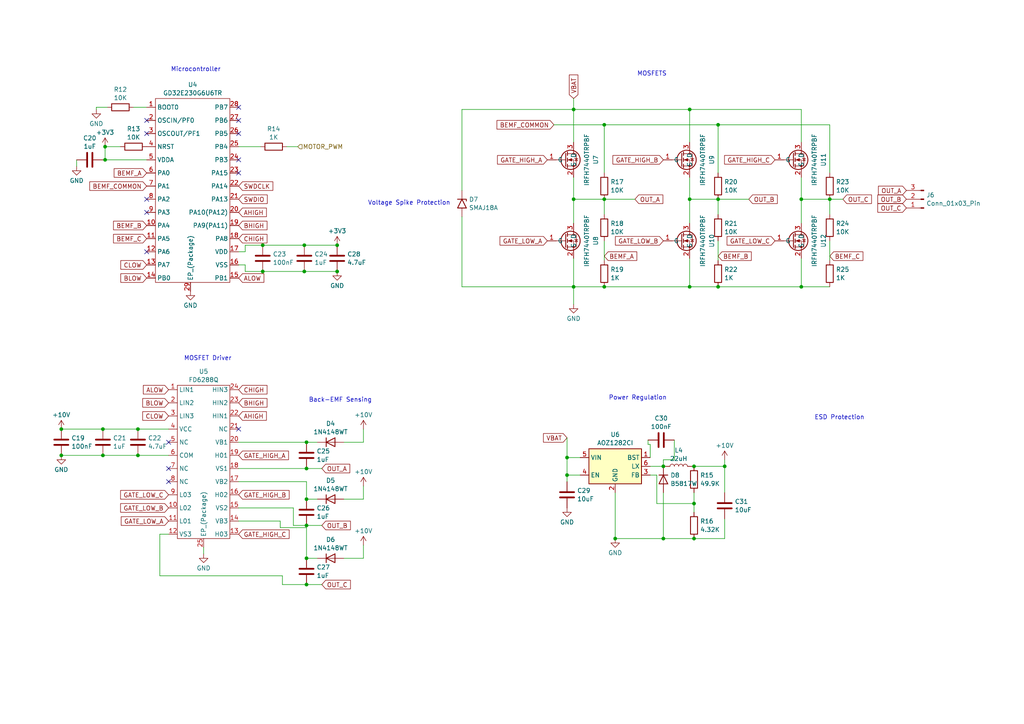
<source format=kicad_sch>
(kicad_sch (version 20230121) (generator eeschema)
  (paper "A4")
  (lib_symbols
    (symbol "Connector:Conn_01x03_Pin" (pin_names (offset 1.016) hide)
      (property "Reference" "J" (at 0 5.08 0))
      (property "Value" "Conn_01x03_Pin" (at 0 -5.08 0))
      (symbol "Conn_01x03_Pin_1_1"
        (polyline (pts (xy 1.27 -2.54) (xy 0.8636 -2.54)) (stroke (width 0.1524)))
        (polyline (pts (xy 1.27 0) (xy 0.8636 0)) (stroke (width 0.1524)))
        (polyline (pts (xy 1.27 2.54) (xy 0.8636 2.54)) (stroke (width 0.1524)))
        (rectangle (start 0.8636 -2.413) (end 0 -2.667) (stroke (width 0.1524)) (fill (type outline)))
        (rectangle (start 0.8636 0.127) (end 0 -0.127) (stroke (width 0.1524)) (fill (type outline)))
        (rectangle (start 0.8636 2.667) (end 0 2.413) (stroke (width 0.1524)) (fill (type outline)))
        (pin passive line (at 5.08 2.54 180) (length 3.81) (name "Pin_1") (number "1"))
        (pin passive line (at 5.08 0 180) (length 3.81) (name "Pin_2") (number "2"))
        (pin passive line (at 5.08 -2.54 180) (length 3.81) (name "Pin_3") (number "3"))
      )
    )
    (symbol "Device:C" (pin_numbers hide) (pin_names (offset 0.254))
      (property "Reference" "C" (at 0.635 2.54 0))
      (property "Value" "C" (at 0.635 -2.54 0))
      (symbol "C_0_1"
        (polyline (pts (xy -2.032 -0.762) (xy 2.032 -0.762)) (stroke (width 0.508)))
        (polyline (pts (xy -2.032 0.762) (xy 2.032 0.762)) (stroke (width 0.508)))
      )
      (symbol "C_1_1"
        (pin passive line (at 0 3.81 270) (length 2.794) (name "~") (number "1"))
        (pin passive line (at 0 -3.81 90) (length 2.794) (name "~") (number "2"))
      )
    )
    (symbol "Device:D" (pin_numbers hide) (pin_names (offset 1.016) hide)
      (property "Reference" "D" (at 0 2.54 0))
      (property "Value" "D" (at 0 -2.54 0))
      (symbol "D_0_1"
        (polyline (pts (xy -1.27 1.27) (xy -1.27 -1.27)) (stroke (width 0.254)))
        (polyline (pts (xy 1.27 0) (xy -1.27 0)))
        (polyline (pts (xy 1.27 1.27) (xy 1.27 -1.27) (xy -1.27 0) (xy 1.27 1.27)) (stroke (width 0.254)))
      )
      (symbol "D_1_1"
        (pin passive line (at -3.81 0 0) (length 2.54) (name "K") (number "1"))
        (pin passive line (at 3.81 0 180) (length 2.54) (name "A") (number "2"))
      )
    )
    (symbol "Device:L" (pin_numbers hide) (pin_names (offset 1.016) hide)
      (property "Reference" "L" (at -1.27 0 90))
      (property "Value" "L" (at 1.905 0 90))
      (symbol "L_0_1"
        (arc (start 0 -2.54) (mid 0.6323 -1.905) (end 0 -1.27))
        (arc (start 0 -1.27) (mid 0.6323 -0.635) (end 0 0))
        (arc (start 0 0) (mid 0.6323 0.635) (end 0 1.27))
        (arc (start 0 1.27) (mid 0.6323 1.905) (end 0 2.54))
      )
      (symbol "L_1_1"
        (pin passive line (at 0 3.81 270) (length 1.27) (name "1") (number "1"))
        (pin passive line (at 0 -3.81 90) (length 1.27) (name "2") (number "2"))
      )
    )
    (symbol "Device:R" (pin_numbers hide) (pin_names (offset 0))
      (property "Reference" "R" (at 2.032 0 90))
      (property "Value" "R" (at 0 0 90))
      (symbol "R_0_1"
        (rectangle (start -1.016 -2.54) (end 1.016 2.54) (stroke (width 0.254)))
      )
      (symbol "R_1_1"
        (pin passive line (at 0 3.81 270) (length 1.27) (name "~") (number "1"))
        (pin passive line (at 0 -3.81 90) (length 1.27) (name "~") (number "2"))
      )
    )
    (symbol "Diode:1N4148WT" (pin_numbers hide) (pin_names hide)
      (property "Reference" "D" (at 0 2.54 0))
      (property "Value" "1N4148WT" (at 0 -2.54 0))
      (symbol "1N4148WT_0_1"
        (polyline (pts (xy -1.27 1.27) (xy -1.27 -1.27)) (stroke (width 0.254)))
        (polyline (pts (xy 1.27 0) (xy -1.27 0)))
        (polyline (pts (xy 1.27 1.27) (xy 1.27 -1.27) (xy -1.27 0) (xy 1.27 1.27)) (stroke (width 0.254)))
      )
      (symbol "1N4148WT_1_1"
        (pin passive line (at -3.81 0 0) (length 2.54) (name "K") (number "1"))
        (pin passive line (at 3.81 0 180) (length 2.54) (name "A") (number "2"))
      )
    )
    (symbol "Diode:SMAJ18A" (pin_numbers hide) (pin_names (offset 1.016) hide)
      (property "Reference" "D" (at 0 2.54 0))
      (property "Value" "SMAJ18A" (at 0 -2.54 0))
      (symbol "SMAJ18A_0_1"
        (polyline (pts (xy -0.762 1.27) (xy -1.27 1.27) (xy -1.27 -1.27)) (stroke (width 0.254)))
        (polyline (pts (xy 1.27 1.27) (xy 1.27 -1.27) (xy -1.27 0) (xy 1.27 1.27)) (stroke (width 0.254)))
      )
      (symbol "SMAJ18A_1_1"
        (pin passive line (at -3.81 0 0) (length 2.54) (name "A1") (number "1"))
        (pin passive line (at 3.81 0 180) (length 2.54) (name "A2") (number "2"))
      )
    )
    (symbol "Regulator_Switching:AOZ1282CI"
      (property "Reference" "U" (at -6.35 -6.35 0))
      (property "Value" "AOZ1282CI" (at -2.54 6.35 0))
      (symbol "AOZ1282CI_0_1"
        (rectangle (start -7.62 5.08) (end 7.62 -5.08) (stroke (width 0.254)) (fill (type background)))
      )
      (symbol "AOZ1282CI_1_1"
        (pin input line (at 10.16 2.54 180) (length 2.54) (name "BST") (number "1"))
        (pin power_in line (at 0 -7.62 90) (length 2.54) (name "GND") (number "2"))
        (pin input line (at 10.16 -2.54 180) (length 2.54) (name "FB") (number "3"))
        (pin input line (at -10.16 -2.54 0) (length 2.54) (name "EN") (number "4"))
        (pin power_in line (at -10.16 2.54 0) (length 2.54) (name "VIN") (number "5"))
        (pin power_out line (at 10.16 0 180) (length 2.54) (name "LX") (number "6"))
      )
    )
    (symbol "Sharkbite:FD6288Q"
      (property "Reference" "U" (at -1.27 21.59 0))
      (property "Value" "FD6288Q" (at -10.16 22.86 0))
      (symbol "FD6288Q_0_1"
        (rectangle (start -7.62 20.32) (end 7.62 -24.13))
      )
      (symbol "FD6288Q_1_1"
        (pin input line (at -10.16 19.05 0) (length 2.54) (name "LIN1") (number "1"))
        (pin input line (at -10.16 -15.24 0) (length 2.54) (name "L02") (number "10"))
        (pin input line (at -10.16 -19.05 0) (length 2.54) (name "L01") (number "11"))
        (pin input line (at -10.16 -22.86 0) (length 2.54) (name "VS3") (number "12"))
        (pin input line (at 10.16 -22.86 180) (length 2.54) (name "H03") (number "13"))
        (pin input line (at 10.16 -19.05 180) (length 2.54) (name "VB3") (number "14"))
        (pin input line (at 10.16 -15.24 180) (length 2.54) (name "VS2") (number "15"))
        (pin input line (at 10.16 -11.43 180) (length 2.54) (name "H02") (number "16"))
        (pin input line (at 10.16 -7.62 180) (length 2.54) (name "VB2") (number "17"))
        (pin input line (at 10.16 -3.81 180) (length 2.54) (name "VS1") (number "18"))
        (pin input line (at 10.16 0 180) (length 2.54) (name "H01") (number "19"))
        (pin input line (at -10.16 15.24 0) (length 2.54) (name "LIN2") (number "2"))
        (pin input line (at 10.16 3.81 180) (length 2.54) (name "VB1") (number "20"))
        (pin input line (at 10.16 7.62 180) (length 2.54) (name "NC") (number "21"))
        (pin input line (at 10.16 11.43 180) (length 2.54) (name "HIN1") (number "22"))
        (pin input line (at 10.16 15.24 180) (length 2.54) (name "HIN2") (number "23"))
        (pin input line (at 10.16 19.05 180) (length 2.54) (name "HIN3") (number "24"))
        (pin input line (at 0 -26.67 90) (length 2.54) (name "EP_(Package)") (number "25"))
        (pin input line (at -10.16 11.43 0) (length 2.54) (name "LIN3") (number "3"))
        (pin input line (at -10.16 7.62 0) (length 2.54) (name "VCC") (number "4"))
        (pin input line (at -10.16 3.81 0) (length 2.54) (name "NC") (number "5"))
        (pin input line (at -10.16 0 0) (length 2.54) (name "COM") (number "6"))
        (pin input line (at -10.16 -3.81 0) (length 2.54) (name "NC") (number "7"))
        (pin input line (at -10.16 -7.62 0) (length 2.54) (name "NC") (number "8"))
        (pin input line (at -10.16 -11.43 0) (length 2.54) (name "L03") (number "9"))
      )
    )
    (symbol "Sharkbite:GD32E230G6U6TR"
      (property "Reference" "U" (at 10.16 0 0))
      (property "Value" "GD32E230G6U6TR" (at 0 0 0))
      (symbol "GD32E230G6U6TR_0_1"
        (rectangle (start 0 -1.27) (end 21.59 -54.61))
      )
      (symbol "GD32E230G6U6TR_1_1"
        (pin input line (at -2.54 -3.81 0) (length 2.54) (name "BOOT0") (number "1"))
        (pin input line (at -2.54 -38.1 0) (length 2.54) (name "PA4") (number "10"))
        (pin input line (at -2.54 -41.91 0) (length 2.54) (name "PA5") (number "11"))
        (pin input line (at -2.54 -45.72 0) (length 2.54) (name "PA6") (number "12"))
        (pin input line (at -2.54 -49.53 0) (length 2.54) (name "PA7") (number "13"))
        (pin input line (at -2.54 -53.34 0) (length 2.54) (name "PB0") (number "14"))
        (pin input line (at 24.13 -53.34 180) (length 2.54) (name "PB1") (number "15"))
        (pin input line (at 24.13 -49.53 180) (length 2.54) (name "VSS") (number "16"))
        (pin input line (at 24.13 -45.72 180) (length 2.54) (name "VDD") (number "17"))
        (pin input line (at 24.13 -41.91 180) (length 2.54) (name "PA8") (number "18"))
        (pin input line (at 24.13 -38.1 180) (length 2.54) (name "PA9(PA11)") (number "19"))
        (pin input line (at -2.54 -7.62 0) (length 2.54) (name "OSCIN/PF0") (number "2"))
        (pin input line (at 24.13 -34.29 180) (length 2.54) (name "PA10(PA12)") (number "20"))
        (pin input line (at 24.13 -30.48 180) (length 2.54) (name "PA13") (number "21"))
        (pin input line (at 24.13 -26.67 180) (length 2.54) (name "PA14") (number "22"))
        (pin input line (at 24.13 -22.86 180) (length 2.54) (name "PA15") (number "23"))
        (pin input line (at 24.13 -19.05 180) (length 2.54) (name "PB3") (number "24"))
        (pin input line (at 24.13 -15.24 180) (length 2.54) (name "PB4") (number "25"))
        (pin input line (at 24.13 -11.43 180) (length 2.54) (name "PB5") (number "26"))
        (pin input line (at 24.13 -7.62 180) (length 2.54) (name "PB6") (number "27"))
        (pin input line (at 24.13 -3.81 180) (length 2.54) (name "PB7") (number "28"))
        (pin input line (at 10.16 -57.15 90) (length 2.54) (name "EP_(Package)") (number "29"))
        (pin input line (at -2.54 -11.43 0) (length 2.54) (name "OSCOUT/PF1") (number "3"))
        (pin input line (at -2.54 -15.24 0) (length 2.54) (name "NRST") (number "4"))
        (pin input line (at -2.54 -19.05 0) (length 2.54) (name "VDDA") (number "5"))
        (pin input line (at -2.54 -22.86 0) (length 2.54) (name "PA0") (number "6"))
        (pin input line (at -2.54 -26.67 0) (length 2.54) (name "PA1") (number "7"))
        (pin input line (at -2.54 -30.48 0) (length 2.54) (name "PA2") (number "8"))
        (pin input line (at -2.54 -34.29 0) (length 2.54) (name "PA3") (number "9"))
      )
    )
    (symbol "Sharkbite:IRFH7440TRPBF_Power_MOSFET"
      (property "Reference" "U" (at 3.81 -3.81 0))
      (property "Value" "IRFH7440TRPBF" (at 3.81 -3.81 90))
      (symbol "IRFH7440TRPBF_Power_MOSFET_0_1"
        (polyline (pts (xy 1.27 -7.62) (xy 2.032 -7.62)))
        (polyline (pts (xy 1.524 -9.398) (xy 2.54 -9.398)) (stroke (width 0.254)))
        (polyline (pts (xy 1.905 -9.906) (xy 5.715 -9.906)) (stroke (width 0.254)))
        (polyline (pts (xy 3.302 -9.398) (xy 4.318 -9.398)) (stroke (width 0.254)))
        (polyline (pts (xy 3.81 -9.906) (xy 3.81 -12.7)))
        (polyline (pts (xy 5.08 -9.398) (xy 6.096 -9.398)) (stroke (width 0.254)))
        (polyline (pts (xy 6.35 -7.62) (xy 3.81 -7.62) (xy 3.81 -9.398)))
        (polyline (pts (xy 3.302 -7.366) (xy 3.429 -7.239) (xy 3.429 -6.477) (xy 3.556 -6.35)))
        (polyline (pts (xy 3.429 -6.858) (xy 4.064 -7.239) (xy 4.064 -6.477) (xy 3.429 -6.858)))
        (polyline (pts (xy 3.81 -9.144) (xy 3.429 -8.128) (xy 4.191 -8.128) (xy 3.81 -9.144)) (fill (type outline)))
        (polyline (pts (xy 5.588 -9.398) (xy 5.588 -6.858) (xy 2.032 -6.858) (xy 2.032 -9.398)))
        (circle (center 2.032 -7.62) (radius 0.254) (fill (type outline)))
        (circle (center 3.81 -8.509) (radius 2.794) (stroke (width 0.254)))
        (circle (center 5.588 -7.62) (radius 0.254) (fill (type outline)))
      )
      (symbol "IRFH7440TRPBF_Power_MOSFET_1_1"
        (pin input line (at 3.81 -15.24 90) (length 2.54) (name "G") (number "1"))
        (pin passive line (at 8.89 -7.62 180) (length 2.54) (name "S") (number "2"))
        (pin passive line (at -1.27 -7.62 0) (length 2.54) (name "D") (number "3"))
      )
    )
    (symbol "power:+10V" (power) (pin_names (offset 0))
      (property "Value" "+10V" (at 0 3.556 0))
      (symbol "+10V_0_1"
        (polyline (pts (xy -0.762 1.27) (xy 0 2.54)))
        (polyline (pts (xy 0 0) (xy 0 2.54)))
        (polyline (pts (xy 0 2.54) (xy 0.762 1.27)))
      )
      (symbol "+10V_1_1"
        (pin power_in line (at 0 0 90) (length 0) hide (name "+10V") (number "1"))
      )
    )
    (symbol "power:+3V3" (power) (pin_names (offset 0))
      (property "Value" "+3V3" (at 0 3.556 0))
      (symbol "+3V3_0_1"
        (polyline (pts (xy -0.762 1.27) (xy 0 2.54)))
        (polyline (pts (xy 0 0) (xy 0 2.54)))
        (polyline (pts (xy 0 2.54) (xy 0.762 1.27)))
      )
      (symbol "+3V3_1_1"
        (pin power_in line (at 0 0 90) (length 0) hide (name "+3V3") (number "1"))
      )
    )
    (symbol "power:GND" (power) (pin_names (offset 0))
      (property "Value" "GND" (at 0 -3.81 0))
      (symbol "GND_0_1"
        (polyline (pts (xy 0 0) (xy 0 -1.27) (xy 1.27 -1.27) (xy 0 -2.54) (xy -1.27 -1.27) (xy 0 -1.27)))
      )
      (symbol "GND_1_1"
        (pin power_in line (at 0 0 270) (length 0) hide (name "GND") (number "1"))
      )
    )
  )
  (junction (at 208.28 83.185))
  (junction (at 88.9 135.89))
  (junction (at 178.435 156.21))
  (junction (at 30.48 42.545))
  (junction (at 175.26 36.195))
  (junction (at 192.405 156.21))
  (junction (at 88.9 169.545))
  (junction (at 240.665 57.785))
  (junction (at 210.185 135.255))
  (junction (at 88.9 152.4))
  (junction (at 97.79 78.74))
  (junction (at 76.2 71.12))
  (junction (at 192.405 135.255))
  (junction (at 88.9 144.78))
  (junction (at 88.9 128.27))
  (junction (at 200.025 57.785))
  (junction (at 17.78 124.46))
  (junction (at 175.26 57.785))
  (junction (at 208.28 36.195))
  (junction (at 17.78 132.08))
  (junction (at 232.41 57.785))
  (junction (at 164.465 137.795))
  (junction (at 201.295 156.21))
  (junction (at 200.025 83.185))
  (junction (at 166.37 31.75))
  (junction (at 201.295 135.255))
  (junction (at 88.265 78.74))
  (junction (at 40.005 124.46))
  (junction (at 208.28 57.785))
  (junction (at 201.295 146.05))
  (junction (at 30.48 46.355))
  (junction (at 164.465 132.715))
  (junction (at 40.005 132.08))
  (junction (at 29.845 124.46))
  (junction (at 175.26 83.185))
  (junction (at 88.9 161.925))
  (junction (at 166.37 83.185))
  (junction (at 76.2 78.74))
  (junction (at 97.79 71.12))
  (junction (at 29.845 132.08))
  (junction (at 166.37 57.785))
  (junction (at 200.025 31.75))
  (junction (at 232.41 83.185))
  (junction (at 88.265 71.12))
  (no_connect (at 69.215 38.735))
  (no_connect (at 69.215 124.46))
  (no_connect (at 42.545 73.025))
  (no_connect (at 48.895 135.89))
  (no_connect (at 69.215 46.355))
  (no_connect (at 42.545 38.735))
  (no_connect (at 42.545 34.925))
  (no_connect (at 42.545 57.785))
  (no_connect (at 48.895 139.7))
  (no_connect (at 69.215 50.165))
  (no_connect (at 48.895 128.27))
  (no_connect (at 69.215 34.925))
  (no_connect (at 42.545 61.595))
  (no_connect (at 69.215 31.115))
  (wire (pts (xy 30.48 42.545) (xy 34.925 42.545)))
  (wire (pts (xy 71.12 73.025) (xy 71.12 71.12)))
  (wire (pts (xy 175.26 57.785) (xy 175.26 62.23)))
  (wire (pts (xy 88.9 139.7) (xy 69.215 139.7)))
  (wire (pts (xy 69.215 73.025) (xy 71.12 73.025)))
  (wire (pts (xy 71.12 71.12) (xy 76.2 71.12)))
  (wire (pts (xy 232.41 57.785) (xy 240.665 57.785)))
  (wire (pts (xy 210.185 156.21) (xy 210.185 150.495)))
  (wire (pts (xy 210.185 135.255) (xy 210.185 142.875)))
  (wire (pts (xy 201.295 135.255) (xy 210.185 135.255)))
  (wire (pts (xy 81.915 169.545) (xy 81.915 167.005)))
  (wire (pts (xy 164.465 132.715) (xy 168.275 132.715)))
  (wire (pts (xy 192.405 135.255) (xy 193.04 135.255)))
  (wire (pts (xy 188.595 135.255) (xy 192.405 135.255)))
  (wire (pts (xy 208.28 57.785) (xy 208.28 62.23)))
  (wire (pts (xy 164.465 132.715) (xy 164.465 137.795)))
  (wire (pts (xy 166.37 31.75) (xy 166.37 41.275)))
  (wire (pts (xy 76.2 78.74) (xy 88.265 78.74)))
  (wire (pts (xy 88.9 152.4) (xy 93.345 152.4)))
  (wire (pts (xy 201.295 146.05) (xy 190.5 146.05)))
  (wire (pts (xy 178.435 142.875) (xy 178.435 156.21)))
  (wire (pts (xy 29.845 124.46) (xy 40.005 124.46)))
  (wire (pts (xy 232.41 83.185) (xy 232.41 74.93)))
  (wire (pts (xy 188.595 128.905) (xy 187.96 128.905)))
  (wire (pts (xy 208.28 83.185) (xy 232.41 83.185)))
  (wire (pts (xy 88.9 144.78) (xy 92.075 144.78)))
  (wire (pts (xy 88.265 71.12) (xy 97.79 71.12)))
  (wire (pts (xy 200.025 31.75) (xy 232.41 31.75)))
  (wire (pts (xy 71.12 76.835) (xy 71.12 78.74)))
  (wire (pts (xy 208.28 36.195) (xy 208.28 50.165)))
  (wire (pts (xy 200.66 135.255) (xy 201.295 135.255)))
  (wire (pts (xy 240.665 36.195) (xy 240.665 50.165)))
  (wire (pts (xy 178.435 156.21) (xy 192.405 156.21)))
  (wire (pts (xy 133.985 62.865) (xy 133.985 83.185)))
  (wire (pts (xy 166.37 74.93) (xy 166.37 83.185)))
  (wire (pts (xy 166.37 51.435) (xy 166.37 57.785)))
  (wire (pts (xy 86.36 42.545) (xy 83.185 42.545)))
  (wire (pts (xy 175.26 36.195) (xy 175.26 50.165)))
  (wire (pts (xy 232.41 51.435) (xy 232.41 57.785)))
  (wire (pts (xy 40.005 124.46) (xy 48.895 124.46)))
  (wire (pts (xy 164.465 137.795) (xy 164.465 139.7)))
  (wire (pts (xy 29.845 132.08) (xy 40.005 132.08)))
  (wire (pts (xy 88.9 161.925) (xy 92.075 161.925)))
  (wire (pts (xy 188.595 132.715) (xy 188.595 128.905)))
  (wire (pts (xy 27.94 31.115) (xy 27.94 31.75)))
  (wire (pts (xy 81.915 167.005) (xy 46.355 167.005)))
  (wire (pts (xy 69.215 128.27) (xy 88.9 128.27)))
  (wire (pts (xy 208.28 69.85) (xy 208.28 75.565)))
  (wire (pts (xy 46.355 154.94) (xy 48.895 154.94)))
  (wire (pts (xy 133.985 83.185) (xy 166.37 83.185)))
  (wire (pts (xy 88.9 152.4) (xy 85.09 152.4)))
  (wire (pts (xy 69.215 76.835) (xy 71.12 76.835)))
  (wire (pts (xy 200.025 57.785) (xy 208.28 57.785)))
  (wire (pts (xy 105.41 158.115) (xy 105.41 161.925)))
  (wire (pts (xy 175.26 57.785) (xy 184.15 57.785)))
  (wire (pts (xy 88.9 153.035) (xy 81.28 153.035)))
  (wire (pts (xy 240.665 57.785) (xy 240.665 62.23)))
  (wire (pts (xy 240.665 69.85) (xy 240.665 75.565)))
  (wire (pts (xy 88.9 169.545) (xy 93.345 169.545)))
  (wire (pts (xy 30.48 46.355) (xy 42.545 46.355)))
  (wire (pts (xy 192.405 142.875) (xy 192.405 156.21)))
  (wire (pts (xy 22.225 46.355) (xy 22.225 48.26)))
  (wire (pts (xy 133.985 31.75) (xy 133.985 55.245)))
  (wire (pts (xy 164.465 127) (xy 164.465 132.715)))
  (wire (pts (xy 105.41 144.78) (xy 99.695 144.78)))
  (wire (pts (xy 81.28 153.035) (xy 81.28 151.13)))
  (wire (pts (xy 88.265 78.74) (xy 97.79 78.74)))
  (wire (pts (xy 210.185 133.35) (xy 210.185 135.255)))
  (wire (pts (xy 105.41 161.925) (xy 99.695 161.925)))
  (wire (pts (xy 88.9 161.925) (xy 88.9 153.035)))
  (wire (pts (xy 192.405 133.35) (xy 192.405 135.255)))
  (wire (pts (xy 166.37 31.75) (xy 200.025 31.75)))
  (wire (pts (xy 85.09 147.32) (xy 69.215 147.32)))
  (wire (pts (xy 200.025 57.785) (xy 200.025 64.77)))
  (wire (pts (xy 59.055 158.75) (xy 59.055 160.655)))
  (wire (pts (xy 105.41 124.46) (xy 105.41 128.27)))
  (wire (pts (xy 232.41 31.75) (xy 232.41 41.275)))
  (wire (pts (xy 38.735 31.115) (xy 42.545 31.115)))
  (wire (pts (xy 190.5 137.795) (xy 188.595 137.795)))
  (wire (pts (xy 166.37 28.575) (xy 166.37 31.75)))
  (wire (pts (xy 88.9 128.27) (xy 92.075 128.27)))
  (wire (pts (xy 31.115 31.115) (xy 27.94 31.115)))
  (wire (pts (xy 195.58 133.35) (xy 192.405 133.35)))
  (wire (pts (xy 175.26 69.85) (xy 175.26 75.565)))
  (wire (pts (xy 85.09 152.4) (xy 85.09 147.32)))
  (wire (pts (xy 40.005 132.08) (xy 48.895 132.08)))
  (wire (pts (xy 190.5 146.05) (xy 190.5 137.795)))
  (wire (pts (xy 232.41 83.185) (xy 240.665 83.185)))
  (wire (pts (xy 166.37 83.185) (xy 166.37 88.265)))
  (wire (pts (xy 29.845 46.355) (xy 30.48 46.355)))
  (wire (pts (xy 105.41 128.27) (xy 99.695 128.27)))
  (wire (pts (xy 232.41 57.785) (xy 232.41 64.77)))
  (wire (pts (xy 69.215 135.89) (xy 88.9 135.89)))
  (wire (pts (xy 166.37 83.185) (xy 175.26 83.185)))
  (wire (pts (xy 200.025 31.75) (xy 200.025 41.275)))
  (wire (pts (xy 17.78 132.08) (xy 29.845 132.08)))
  (wire (pts (xy 17.78 124.46) (xy 29.845 124.46)))
  (wire (pts (xy 164.465 137.795) (xy 168.275 137.795)))
  (wire (pts (xy 175.26 83.185) (xy 200.025 83.185)))
  (wire (pts (xy 46.355 167.005) (xy 46.355 154.94)))
  (wire (pts (xy 30.48 42.545) (xy 30.48 46.355)))
  (wire (pts (xy 200.025 83.185) (xy 208.28 83.185)))
  (wire (pts (xy 69.215 42.545) (xy 75.565 42.545)))
  (wire (pts (xy 166.37 57.785) (xy 166.37 64.77)))
  (wire (pts (xy 105.41 140.97) (xy 105.41 144.78)))
  (wire (pts (xy 88.9 144.78) (xy 88.9 139.7)))
  (wire (pts (xy 200.025 51.435) (xy 200.025 57.785)))
  (wire (pts (xy 166.37 57.785) (xy 175.26 57.785)))
  (wire (pts (xy 160.655 36.195) (xy 175.26 36.195)))
  (wire (pts (xy 201.295 156.21) (xy 210.185 156.21)))
  (wire (pts (xy 76.2 71.12) (xy 88.265 71.12)))
  (wire (pts (xy 200.025 83.185) (xy 200.025 74.93)))
  (wire (pts (xy 208.28 36.195) (xy 240.665 36.195)))
  (wire (pts (xy 88.9 135.89) (xy 93.345 135.89)))
  (wire (pts (xy 71.12 78.74) (xy 76.2 78.74)))
  (wire (pts (xy 81.28 151.13) (xy 69.215 151.13)))
  (wire (pts (xy 166.37 31.75) (xy 133.985 31.75)))
  (wire (pts (xy 208.28 57.785) (xy 217.17 57.785)))
  (wire (pts (xy 192.405 156.21) (xy 201.295 156.21)))
  (wire (pts (xy 195.58 127.635) (xy 195.58 133.35)))
  (wire (pts (xy 240.665 57.785) (xy 244.475 57.785)))
  (wire (pts (xy 88.9 169.545) (xy 81.915 169.545)))
  (wire (pts (xy 201.295 142.875) (xy 201.295 146.05)))
  (wire (pts (xy 175.26 36.195) (xy 208.28 36.195)))
  (wire (pts (xy 187.96 127.635) (xy 187.96 128.905)))
  (wire (pts (xy 201.295 146.05) (xy 201.295 148.59)))
  (text "Back-EMF Sensing\n" (at 89.535 116.84 0) (effects (font (size 1.27 1.27)) (justify left bottom)))
  (text "Power Regulation\n" (at 176.53 116.205 0) (effects (font (size 1.27 1.27)) (justify left bottom)))
  (text "MOSFET Driver" (at 53.34 104.775 0) (effects (font (size 1.27 1.27)) (justify left bottom)))
  (text "Voltage Spike Protection\n" (at 106.68 59.69 0) (effects (font (size 1.27 1.27)) (justify left bottom)))
  (text "MOSFETS" (at 184.785 22.225 0) (effects (font (size 1.27 1.27)) (justify left bottom)))
  (text "Microcontroller\n" (at 49.53 20.955 0) (effects (font (size 1.27 1.27)) (justify left bottom)))
  (text "ESD Protection\n" (at 236.22 121.92 0) (effects (font (size 1.27 1.27)) (justify left bottom)))
  (global_label "CHIGH" (shape input) (at 69.215 69.215 0) (property "Intersheetrefs" "${INTERSHEET_REFS}" (effects hide)))
  (global_label "OUT_C" (shape input) (at 262.89 60.325 180) (property "Intersheetrefs" "${INTERSHEET_REFS}" (effects hide)))
  (global_label "GATE_HIGH_C" (shape input) (at 69.215 154.94 0) (property "Intersheetrefs" "${INTERSHEET_REFS}" (effects hide)))
  (global_label "GATE_HIGH_B" (shape input) (at 192.405 46.355 180) (property "Intersheetrefs" "${INTERSHEET_REFS}" (effects hide)))
  (global_label "GATE_LOW_B" (shape input) (at 48.895 147.32 180) (property "Intersheetrefs" "${INTERSHEET_REFS}" (effects hide)))
  (global_label "OUT_C" (shape input) (at 244.475 57.785 0) (property "Intersheetrefs" "${INTERSHEET_REFS}" (effects hide)))
  (global_label "AHIGH" (shape input) (at 69.215 61.595 0) (property "Intersheetrefs" "${INTERSHEET_REFS}" (effects hide)))
  (global_label "BEMF_COMMON" (shape input) (at 160.655 36.195 180) (property "Intersheetrefs" "${INTERSHEET_REFS}" (effects hide)))
  (global_label "ALOW" (shape input) (at 69.215 80.645 0) (property "Intersheetrefs" "${INTERSHEET_REFS}" (effects hide)))
  (global_label "OUT_C" (shape input) (at 93.345 169.545 0) (property "Intersheetrefs" "${INTERSHEET_REFS}" (effects hide)))
  (global_label "GATE_HIGH_A" (shape input) (at 69.215 132.08 0) (property "Intersheetrefs" "${INTERSHEET_REFS}" (effects hide)))
  (global_label "OUT_B" (shape input) (at 217.17 57.785 0) (property "Intersheetrefs" "${INTERSHEET_REFS}" (effects hide)))
  (global_label "BHIGH" (shape input) (at 69.215 116.84 0) (property "Intersheetrefs" "${INTERSHEET_REFS}" (effects hide)))
  (global_label "BEMF_A" (shape input) (at 42.545 50.165 180) (property "Intersheetrefs" "${INTERSHEET_REFS}" (effects hide)))
  (global_label "GATE_LOW_A" (shape input) (at 158.75 69.85 180) (property "Intersheetrefs" "${INTERSHEET_REFS}" (effects hide)))
  (global_label "BEMF_A" (shape input) (at 175.26 74.295 0) (property "Intersheetrefs" "${INTERSHEET_REFS}" (effects hide)))
  (global_label "GATE_HIGH_A" (shape input) (at 158.75 46.355 180) (property "Intersheetrefs" "${INTERSHEET_REFS}" (effects hide)))
  (global_label "AHIGH" (shape input) (at 69.215 120.65 0) (property "Intersheetrefs" "${INTERSHEET_REFS}" (effects hide)))
  (global_label "BEMF_C" (shape input) (at 42.545 69.215 180) (property "Intersheetrefs" "${INTERSHEET_REFS}" (effects hide)))
  (global_label "VBAT" (shape input) (at 166.37 28.575 90) (property "Intersheetrefs" "${INTERSHEET_REFS}" (effects hide)))
  (global_label "ALOW" (shape input) (at 48.895 113.03 180) (property "Intersheetrefs" "${INTERSHEET_REFS}" (effects hide)))
  (global_label "BEMF_C" (shape input) (at 240.665 74.295 0) (property "Intersheetrefs" "${INTERSHEET_REFS}" (effects hide)))
  (global_label "BEMF_B" (shape input) (at 42.545 65.405 180) (property "Intersheetrefs" "${INTERSHEET_REFS}" (effects hide)))
  (global_label "SWDCLK" (shape input) (at 69.215 53.975 0) (property "Intersheetrefs" "${INTERSHEET_REFS}" (effects hide)))
  (global_label "GATE_LOW_B" (shape input) (at 192.405 69.85 180) (property "Intersheetrefs" "${INTERSHEET_REFS}" (effects hide)))
  (global_label "GATE_HIGH_B" (shape input) (at 69.215 143.51 0) (property "Intersheetrefs" "${INTERSHEET_REFS}" (effects hide)))
  (global_label "OUT_B" (shape input) (at 93.345 152.4 0) (property "Intersheetrefs" "${INTERSHEET_REFS}" (effects hide)))
  (global_label "GATE_LOW_A" (shape input) (at 48.895 151.13 180) (property "Intersheetrefs" "${INTERSHEET_REFS}" (effects hide)))
  (global_label "CLOW" (shape input) (at 48.895 120.65 180) (property "Intersheetrefs" "${INTERSHEET_REFS}" (effects hide)))
  (global_label "BHIGH" (shape input) (at 69.215 65.405 0) (property "Intersheetrefs" "${INTERSHEET_REFS}" (effects hide)))
  (global_label "BLOW" (shape input) (at 42.545 80.645 180) (property "Intersheetrefs" "${INTERSHEET_REFS}" (effects hide)))
  (global_label "CHIGH" (shape input) (at 69.215 113.03 0) (property "Intersheetrefs" "${INTERSHEET_REFS}" (effects hide)))
  (global_label "SWDIO" (shape input) (at 69.215 57.785 0) (property "Intersheetrefs" "${INTERSHEET_REFS}" (effects hide)))
  (global_label "CLOW" (shape input) (at 42.545 76.835 180) (property "Intersheetrefs" "${INTERSHEET_REFS}" (effects hide)))
  (global_label "BLOW" (shape input) (at 48.895 116.84 180) (property "Intersheetrefs" "${INTERSHEET_REFS}" (effects hide)))
  (global_label "VBAT" (shape input) (at 164.465 127 180) (property "Intersheetrefs" "${INTERSHEET_REFS}" (effects hide)))
  (global_label "OUT_A" (shape input) (at 262.89 55.245 180) (property "Intersheetrefs" "${INTERSHEET_REFS}" (effects hide)))
  (global_label "GATE_LOW_C" (shape input) (at 48.895 143.51 180) (property "Intersheetrefs" "${INTERSHEET_REFS}" (effects hide)))
  (global_label "BEMF_B" (shape input) (at 208.28 74.295 0) (property "Intersheetrefs" "${INTERSHEET_REFS}" (effects hide)))
  (global_label "OUT_A" (shape input) (at 184.15 57.785 0) (property "Intersheetrefs" "${INTERSHEET_REFS}" (effects hide)))
  (global_label "OUT_B" (shape input) (at 262.89 57.785 180) (property "Intersheetrefs" "${INTERSHEET_REFS}" (effects hide)))
  (global_label "BEMF_COMMON" (shape input) (at 42.545 53.975 180) (property "Intersheetrefs" "${INTERSHEET_REFS}" (effects hide)))
  (global_label "GATE_HIGH_C" (shape input) (at 224.79 46.355 180) (property "Intersheetrefs" "${INTERSHEET_REFS}" (effects hide)))
  (global_label "GATE_LOW_C" (shape input) (at 224.79 69.85 180) (property "Intersheetrefs" "${INTERSHEET_REFS}" (effects hide)))
  (global_label "OUT_A" (shape input) (at 93.345 135.89 0) (property "Intersheetrefs" "${INTERSHEET_REFS}" (effects hide)))
  (hierarchical_label "MOTOR_PWM" (shape input) (at 86.36 42.545 0))
  (symbol (lib_id "power:+10V") (at 105.41 124.46 0) (unit 1)
    (property "Reference" "#PWR034" (effects hide))
    (property "Value" "+10V" (at 105.41 120.3269 0))
  )
  (symbol (lib_id "Device:C") (at 88.9 132.08 0) (unit 1)
    (property "Reference" "C25" (at 91.821 130.8679 0) (effects (justify left)))
    (property "Value" "1uF" (at 91.821 133.2921 0) (effects (justify left)))
    (property "Footprint" "Capacitor_SMD:C_0402_1005Metric_Pad0.74x0.62mm_HandSolder" (effects hide))
    (property "LCSC" "C7472948" (effects hide))
  )
  (symbol (lib_id "Device:R") (at 175.26 66.04 0) (unit 1)
    (property "Reference" "R18" (at 177.038 64.8279 0) (effects (justify left)))
    (property "Value" "10K" (at 177.038 67.2521 0) (effects (justify left)))
    (property "Footprint" "Resistor_SMD:R_0402_1005Metric" (effects hide))
    (property "LCSC" "C25744" (effects hide))
  )
  (symbol (lib_id "Sharkbite:IRFH7440TRPBF_Power_MOSFET") (at 173.99 66.04 270) (unit 1)
    (property "Reference" "U8" (at 172.7947 69.85 0))
    (property "Value" "IRFH7440TRPBF" (at 170.18 69.85 0))
    (property "Footprint" "Sharkbite:PQFN FET" (effects hide))
    (property "Datasheet" "https://www.lcsc.com/datasheet/lcsc_datasheet_2304140030_Infineon-Technologies-IRFH7440TRPBF_C67862.pdf" (effects hide))
    (property "LCSC" "C67862" (effects hide))
  )
  (symbol (lib_id "Device:R") (at 201.295 152.4 0) (unit 1)
    (property "Reference" "R16" (at 203.073 151.1879 0) (effects (justify left)))
    (property "Value" "4.32K" (at 203.073 153.6121 0) (effects (justify left)))
    (property "Footprint" "Resistor_SMD:R_0402_1005Metric" (effects hide))
    (property "LCSC" "C166451" (effects hide))
  )
  (symbol (lib_id "Sharkbite:IRFH7440TRPBF_Power_MOSFET") (at 240.03 66.04 270) (unit 1)
    (property "Reference" "U12" (at 238.8347 69.85 0))
    (property "Value" "IRFH7440TRPBF" (at 236.22 69.85 0))
    (property "Footprint" "Sharkbite:PQFN FET" (effects hide))
    (property "Datasheet" "https://www.lcsc.com/datasheet/lcsc_datasheet_2304140030_Infineon-Technologies-IRFH7440TRPBF_C67862.pdf" (effects hide))
    (property "LCSC" "C67862" (effects hide))
  )
  (symbol (lib_id "Device:R") (at 175.26 79.375 0) (unit 1)
    (property "Reference" "R19" (at 177.038 78.1629 0) (effects (justify left)))
    (property "Value" "1K" (at 177.038 80.5871 0) (effects (justify left)))
    (property "Footprint" "Resistor_SMD:R_0402_1005Metric" (effects hide))
    (property "LCSC" "C11702" (effects hide))
  )
  (symbol (lib_id "Device:C") (at 164.465 143.51 0) (unit 1)
    (property "Reference" "C29" (at 167.386 142.2979 0) (effects (justify left)))
    (property "Value" "10uF" (at 167.386 144.7221 0) (effects (justify left)))
    (property "Footprint" "Capacitor_SMD:C_0402_1005Metric_Pad0.74x0.62mm_HandSolder" (effects hide))
    (property "LCSC" "C96446" (effects hide))
    (property "Manufacturer" "Samsung" (effects hide))
  )
  (symbol (lib_id "power:+10V") (at 105.41 140.97 0) (unit 1)
    (property "Reference" "#PWR035" (effects hide))
    (property "Value" "+10V" (at 105.41 136.8369 0))
  )
  (symbol (lib_id "power:+10V") (at 210.185 133.35 0) (unit 1)
    (property "Reference" "#PWR040" (effects hide))
    (property "Value" "+10V" (at 210.185 129.2169 0))
  )
  (symbol (lib_id "Sharkbite:IRFH7440TRPBF_Power_MOSFET") (at 207.645 42.545 270) (unit 1)
    (property "Reference" "U9" (at 206.4497 46.355 0))
    (property "Value" "IRFH7440TRPBF" (at 203.835 46.355 0))
    (property "Footprint" "Sharkbite:PQFN FET" (effects hide))
    (property "Datasheet" "https://www.lcsc.com/datasheet/lcsc_datasheet_2304140030_Infineon-Technologies-IRFH7440TRPBF_C67862.pdf" (effects hide))
    (property "LCSC" "C67862" (effects hide))
  )
  (symbol (lib_id "Sharkbite:IRFH7440TRPBF_Power_MOSFET") (at 173.99 42.545 270) (unit 1)
    (property "Reference" "U7" (at 172.7947 46.355 0))
    (property "Value" "IRFH7440TRPBF" (at 170.18 46.355 0))
    (property "Footprint" "Sharkbite:PQFN FET" (effects hide))
    (property "Datasheet" "https://www.lcsc.com/datasheet/lcsc_datasheet_2304140030_Infineon-Technologies-IRFH7440TRPBF_C67862.pdf" (effects hide))
    (property "LCSC" "C67862" (effects hide))
  )
  (symbol (lib_id "Device:C") (at 29.845 128.27 180) (unit 1)
    (property "Reference" "C21" (at 32.766 127.0579 0) (effects (justify right)))
    (property "Value" "1uF" (at 32.766 129.4821 0) (effects (justify right)))
    (property "Footprint" "Capacitor_SMD:C_0402_1005Metric_Pad0.74x0.62mm_HandSolder" (effects hide))
    (property "LCSC" "C7472948" (effects hide))
  )
  (symbol (lib_id "Device:R") (at 240.665 53.975 0) (unit 1)
    (property "Reference" "R23" (at 242.443 52.7629 0) (effects (justify left)))
    (property "Value" "10K" (at 242.443 55.1871 0) (effects (justify left)))
    (property "Footprint" "Resistor_SMD:R_0402_1005Metric" (effects hide))
    (property "LCSC" "C25744" (effects hide))
  )
  (symbol (lib_id "power:GND") (at 97.79 78.74 0) (unit 1)
    (property "Reference" "#PWR033" (effects hide))
    (property "Value" "GND" (at 97.79 82.8731 0))
  )
  (symbol (lib_id "Diode:1N4148WT") (at 95.885 161.925 0) (unit 1)
    (property "Reference" "D6" (at 95.885 156.5107 0))
    (property "Value" "1N4148WT" (at 95.885 158.9349 0))
    (property "Footprint" "Diode_SMD:D_SOD-523" (effects hide))
    (property "Datasheet" "https://www.diodes.com/assets/Datasheets/ds30396.pdf" (effects hide))
    (property "Sim.Device" "D" (effects hide))
    (property "Sim.Pins" "1=K 2=A" (effects hide))
    (property "LCSC" "C5345964" (effects hide))
  )
  (symbol (lib_id "Device:C") (at 17.78 128.27 180) (unit 1)
    (property "Reference" "C19" (at 20.701 127.0579 0) (effects (justify right)))
    (property "Value" "100nF" (at 20.701 129.4821 0) (effects (justify right)))
    (property "Footprint" "Capacitor_SMD:C_0402_1005Metric_Pad0.74x0.62mm_HandSolder" (effects hide))
    (property "LCSC" "C307331" (effects hide))
    (property "Manufacturer" "Samsung" (effects hide))
  )
  (symbol (lib_id "Device:R") (at 208.28 66.04 0) (unit 1)
    (property "Reference" "R21" (at 210.058 64.8279 0) (effects (justify left)))
    (property "Value" "10K" (at 210.058 67.2521 0) (effects (justify left)))
    (property "Footprint" "Resistor_SMD:R_0402_1005Metric" (effects hide))
    (property "LCSC" "C25744" (effects hide))
  )
  (symbol (lib_id "Device:C") (at 26.035 46.355 270) (unit 1)
    (property "Reference" "C20" (at 26.035 40.0517 90))
    (property "Value" "1uF" (at 26.035 42.4759 90))
    (property "Footprint" "Capacitor_SMD:C_0402_1005Metric_Pad0.74x0.62mm_HandSolder" (effects hide))
    (property "LCSC" "C7472948" (effects hide))
  )
  (symbol (lib_id "power:GND") (at 22.225 48.26 0) (unit 1)
    (property "Reference" "#PWR027" (effects hide))
    (property "Value" "GND" (at 22.225 52.3931 0))
  )
  (symbol (lib_id "power:+3V3") (at 30.48 42.545 0) (unit 1)
    (property "Reference" "#PWR029" (effects hide))
    (property "Value" "+3V3" (at 30.48 38.4119 0))
  )
  (symbol (lib_id "Device:R") (at 79.375 42.545 90) (unit 1)
    (property "Reference" "R14" (at 79.375 37.3847 90))
    (property "Value" "1K" (at 79.375 39.8089 90))
    (property "Footprint" "Resistor_SMD:R_0402_1005Metric" (effects hide))
    (property "LCSC" "C11702" (effects hide))
  )
  (symbol (lib_id "Device:C") (at 88.9 165.735 0) (unit 1)
    (property "Reference" "C27" (at 91.821 164.5229 0) (effects (justify left)))
    (property "Value" "1uF" (at 91.821 166.9471 0) (effects (justify left)))
    (property "Footprint" "Capacitor_SMD:C_0402_1005Metric_Pad0.74x0.62mm_HandSolder" (effects hide))
    (property "LCSC" "C7472948" (effects hide))
  )
  (symbol (lib_id "Device:C") (at 88.265 74.93 180) (unit 1)
    (property "Reference" "C24" (at 91.186 73.7179 0) (effects (justify right)))
    (property "Value" "1uF" (at 91.186 76.1421 0) (effects (justify right)))
    (property "Footprint" "Capacitor_SMD:C_0402_1005Metric_Pad0.74x0.62mm_HandSolder" (effects hide))
    (property "LCSC" "C7472948" (effects hide))
  )
  (symbol (lib_id "power:GND") (at 178.435 156.21 0) (unit 1)
    (property "Reference" "#PWR038" (effects hide))
    (property "Value" "GND" (at 178.435 160.3431 0))
  )
  (symbol (lib_id "power:+10V") (at 105.41 158.115 0) (unit 1)
    (property "Reference" "#PWR036" (effects hide))
    (property "Value" "+10V" (at 105.41 153.9819 0))
  )
  (symbol (lib_id "Device:R") (at 240.665 79.375 0) (unit 1)
    (property "Reference" "R25" (at 242.443 78.1629 0) (effects (justify left)))
    (property "Value" "1K" (at 242.443 80.5871 0) (effects (justify left)))
    (property "Footprint" "Resistor_SMD:R_0402_1005Metric" (effects hide))
    (property "LCSC" "C11702" (effects hide))
  )
  (symbol (lib_id "power:GND") (at 166.37 88.265 0) (unit 1)
    (property "Reference" "#PWR039" (effects hide))
    (property "Value" "GND" (at 166.37 92.3981 0))
  )
  (symbol (lib_id "Diode:SMAJ18A") (at 133.985 59.055 270) (unit 1)
    (property "Reference" "D7" (at 136.017 57.8429 90) (effects (justify left)))
    (property "Value" "SMAJ18A" (at 136.017 60.2671 90) (effects (justify left)))
    (property "Footprint" "Diode_SMD:D_SMA" (effects hide))
    (property "Datasheet" "https://www.littelfuse.com/media?resourcetype=datasheets&itemid=75e32973-b177-4ee3-a0ff-cedaf1abdb93&filename=smaj-datasheet" (effects hide))
    (property "LCSC" "C20883287" (effects hide))
  )
  (symbol (lib_id "Device:R") (at 175.26 53.975 0) (unit 1)
    (property "Reference" "R17" (at 177.038 52.7629 0) (effects (justify left)))
    (property "Value" "10K" (at 177.038 55.1871 0) (effects (justify left)))
    (property "Footprint" "Resistor_SMD:R_0402_1005Metric" (effects hide))
    (property "LCSC" "C25744" (effects hide))
  )
  (symbol (lib_id "power:+10V") (at 17.78 124.46 0) (unit 1)
    (property "Reference" "#PWR025" (effects hide))
    (property "Value" "+10V" (at 17.78 120.3269 0))
  )
  (symbol (lib_id "Device:R") (at 34.925 31.115 90) (unit 1)
    (property "Reference" "R12" (at 34.925 25.9547 90))
    (property "Value" "10K" (at 34.925 28.3789 90))
    (property "Footprint" "Resistor_SMD:R_0402_1005Metric" (effects hide))
    (property "LCSC" "C25744" (effects hide))
  )
  (symbol (lib_id "Diode:1N4148WT") (at 95.885 144.78 0) (unit 1)
    (property "Reference" "D5" (at 95.885 139.3657 0))
    (property "Value" "1N4148WT" (at 95.885 141.7899 0))
    (property "Footprint" "Diode_SMD:D_SOD-523" (effects hide))
    (property "Datasheet" "https://www.diodes.com/assets/Datasheets/ds30396.pdf" (effects hide))
    (property "Sim.Device" "D" (effects hide))
    (property "Sim.Pins" "1=K 2=A" (effects hide))
    (property "LCSC" "C5345964" (effects hide))
  )
  (symbol (lib_id "Sharkbite:IRFH7440TRPBF_Power_MOSFET") (at 207.645 66.04 270) (unit 1)
    (property "Reference" "U10" (at 206.4497 69.85 0))
    (property "Value" "IRFH7440TRPBF" (at 203.835 69.85 0))
    (property "Footprint" "Sharkbite:PQFN FET" (effects hide))
    (property "Datasheet" "https://www.lcsc.com/datasheet/lcsc_datasheet_2304140030_Infineon-Technologies-IRFH7440TRPBF_C67862.pdf" (effects hide))
    (property "LCSC" "C67862" (effects hide))
  )
  (symbol (lib_id "Connector:Conn_01x03_Pin") (at 267.97 57.785 180) (unit 1)
    (property "Reference" "J6" (at 268.6812 56.5729 0) (effects (justify right)))
    (property "Value" "Conn_01x03_Pin" (at 268.6812 58.9971 0) (effects (justify right)))
    (property "Footprint" "Sharkbite:ESC Pads" (effects hide))
  )
  (symbol (lib_id "Device:C") (at 210.185 146.685 0) (unit 1)
    (property "Reference" "C31" (at 213.106 145.4729 0) (effects (justify left)))
    (property "Value" "10uF" (at 213.106 147.8971 0) (effects (justify left)))
    (property "Footprint" "Capacitor_SMD:C_0402_1005Metric_Pad0.74x0.62mm_HandSolder" (effects hide))
    (property "LCSC" "C96446" (effects hide))
    (property "Manufacturer" "Samsung" (effects hide))
  )
  (symbol (lib_id "power:GND") (at 27.94 31.75 0) (unit 1)
    (property "Reference" "#PWR028" (effects hide))
    (property "Value" "GND" (at 27.94 35.8831 0))
  )
  (symbol (lib_id "Device:R") (at 38.735 42.545 90) (unit 1)
    (property "Reference" "R13" (at 38.735 37.3847 90))
    (property "Value" "10K" (at 38.735 39.8089 90))
    (property "Footprint" "Resistor_SMD:R_0402_1005Metric" (effects hide))
    (property "LCSC" "C25744" (effects hide))
  )
  (symbol (lib_id "Device:C") (at 76.2 74.93 180) (unit 1)
    (property "Reference" "C23" (at 79.121 73.7179 0) (effects (justify right)))
    (property "Value" "100nF" (at 79.121 76.1421 0) (effects (justify right)))
    (property "Footprint" "Capacitor_SMD:C_0402_1005Metric_Pad0.74x0.62mm_HandSolder" (effects hide))
    (property "LCSC" "C307331" (effects hide))
    (property "Manufacturer" "Samsung" (effects hide))
  )
  (symbol (lib_id "power:GND") (at 59.055 160.655 0) (unit 1)
    (property "Reference" "#PWR031" (effects hide))
    (property "Value" "GND" (at 59.055 164.7881 0))
  )
  (symbol (lib_id "power:GND") (at 17.78 132.08 0) (unit 1)
    (property "Reference" "#PWR026" (effects hide))
    (property "Value" "GND" (at 17.78 136.2131 0))
  )
  (symbol (lib_id "Device:C") (at 40.005 128.27 180) (unit 1)
    (property "Reference" "C22" (at 42.926 127.0579 0) (effects (justify right)))
    (property "Value" "4.7uF" (at 42.926 129.4821 0) (effects (justify right)))
    (property "Footprint" "Capacitor_SMD:C_0402_1005Metric_Pad0.74x0.62mm_HandSolder" (effects hide))
    (property "LCSC" "C2858031" (effects hide))
  )
  (symbol (lib_id "Device:C") (at 191.77 127.635 90) (unit 1)
    (property "Reference" "C30" (at 191.77 121.3317 90))
    (property "Value" "100nF" (at 191.77 123.7559 90))
    (property "Footprint" "Capacitor_SMD:C_0402_1005Metric_Pad0.74x0.62mm_HandSolder" (effects hide))
    (property "LCSC" "C307331" (effects hide))
    (property "Manufacturer" "Samsung" (effects hide))
  )
  (symbol (lib_id "Device:L") (at 196.85 135.255 90) (unit 1)
    (property "Reference" "L4" (at 196.85 130.6054 90))
    (property "Value" "22uH" (at 196.85 133.0296 90))
    (property "Footprint" "Inductor_SMD:L_Bourns_SRP7028A_7.3x6.6mm" (effects hide))
    (property "LCSC" "C5189960" (effects hide))
  )
  (symbol (lib_id "power:GND") (at 55.245 84.455 0) (unit 1)
    (property "Reference" "#PWR030" (effects hide))
    (property "Value" "GND" (at 55.245 88.5881 0))
  )
  (symbol (lib_id "Device:R") (at 240.665 66.04 0) (unit 1)
    (property "Reference" "R24" (at 242.443 64.8279 0) (effects (justify left)))
    (property "Value" "10K" (at 242.443 67.2521 0) (effects (justify left)))
    (property "Footprint" "Resistor_SMD:R_0402_1005Metric" (effects hide))
    (property "LCSC" "C25744" (effects hide))
  )
  (symbol (lib_id "power:+3V3") (at 97.79 71.12 0) (unit 1)
    (property "Reference" "#PWR032" (effects hide))
    (property "Value" "+3V3" (at 97.79 66.9869 0))
  )
  (symbol (lib_id "Diode:1N4148WT") (at 95.885 128.27 0) (unit 1)
    (property "Reference" "D4" (at 95.885 122.8557 0))
    (property "Value" "1N4148WT" (at 95.885 125.2799 0))
    (property "Footprint" "Diode_SMD:D_SOD-523" (effects hide))
    (property "Datasheet" "https://www.diodes.com/assets/Datasheets/ds30396.pdf" (effects hide))
    (property "Sim.Device" "D" (effects hide))
    (property "Sim.Pins" "1=K 2=A" (effects hide))
    (property "LCSC" "C5345964" (effects hide))
  )
  (symbol (lib_id "Regulator_Switching:AOZ1282CI") (at 178.435 135.255 0) (unit 1)
    (property "Reference" "U6" (at 178.435 126.0307 0))
    (property "Value" "AOZ1282CI" (at 178.435 128.4549 0))
    (property "Footprint" "Package_TO_SOT_SMD:SOT-23-6" (effects hide))
    (property "Datasheet" "http://aosmd.com/res/data_sheets/AOZ1282CI.pdf" (effects hide))
    (property "LCSC" "C111916" (effects hide))
  )
  (symbol (lib_id "Sharkbite:GD32E230G6U6TR") (at 45.085 27.305 0) (unit 1)
    (property "Reference" "U4" (at 55.88 24.5577 0))
    (property "Value" "GD32E230G6U6TR" (at 55.88 26.9819 0))
    (property "Footprint" "Package_DFN_QFN:QFN-28-1EP_4x4mm_P0.4mm_EP2.6x2.6mm" (effects hide))
    (property "Datasheet" "https://www.lcsc.com/datasheet/lcsc_datasheet_2106081403_GigaDevice-Semicon-Beijing-GD32E230G6U6TR_C2835081.pdf" (effects hide))
    (property "LCSC" "C2835081" (effects hide))
  )
  (symbol (lib_id "power:GND") (at 164.465 147.32 0) (unit 1)
    (property "Reference" "#PWR037" (effects hide))
    (property "Value" "GND" (at 164.465 151.4531 0))
  )
  (symbol (lib_id "Device:D") (at 192.405 139.065 270) (unit 1)
    (property "Reference" "D8" (at 194.437 137.8529 90) (effects (justify left)))
    (property "Value" "B5817W" (at 194.437 140.2771 90) (effects (justify left)))
    (property "Footprint" "Diode_SMD:D_SOD-123" (effects hide))
    (property "Datasheet" "https://www.lcsc.com/datasheet/lcsc_datasheet_2006031538_High-Diode-B5817W_C571353.pdf" (effects hide))
    (property "Sim.Device" "D" (effects hide))
    (property "Sim.Pins" "1=K 2=A" (effects hide))
    (property "LCSC" "C571353" (effects hide))
  )
  (symbol (lib_id "Device:R") (at 208.28 53.975 0) (unit 1)
    (property "Reference" "R20" (at 210.058 52.7629 0) (effects (justify left)))
    (property "Value" "10K" (at 210.058 55.1871 0) (effects (justify left)))
    (property "Footprint" "Resistor_SMD:R_0402_1005Metric" (effects hide))
    (property "LCSC" "C25744" (effects hide))
  )
  (symbol (lib_id "Sharkbite:FD6288Q") (at 59.055 132.08 0) (unit 1)
    (property "Reference" "U5" (at 59.055 107.7427 0))
    (property "Value" "FD6288Q" (at 59.055 110.1669 0))
    (property "Footprint" "Package_DFN_QFN:QFN-24-1EP_4x4mm_P0.5mm_EP2.65x2.65mm" (effects hide))
    (property "Datasheet" "https://www.lcsc.com/datasheet/lcsc_datasheet_2307211533_JSMSEMI-FD6288Q_C7466367.pdf" (effects hide))
    (property "LCSC" "C7466367" (effects hide))
  )
  (symbol (lib_id "Sharkbite:IRFH7440TRPBF_Power_MOSFET") (at 240.03 42.545 270) (unit 1)
    (property "Reference" "U11" (at 238.8347 46.355 0))
    (property "Value" "IRFH7440TRPBF" (at 236.22 46.355 0))
    (property "Footprint" "Sharkbite:PQFN FET" (effects hide))
    (property "Datasheet" "https://www.lcsc.com/datasheet/lcsc_datasheet_2304140030_Infineon-Technologies-IRFH7440TRPBF_C67862.pdf" (effects hide))
    (property "LCSC" "C67862" (effects hide))
  )
  (symbol (lib_id "Device:C") (at 88.9 148.59 0) (unit 1)
    (property "Reference" "C26" (at 91.821 147.3779 0) (effects (justify left)))
    (property "Value" "1uF" (at 91.821 149.8021 0) (effects (justify left)))
    (property "Footprint" "Capacitor_SMD:C_0402_1005Metric_Pad0.74x0.62mm_HandSolder" (effects hide))
    (property "LCSC" "C7472948" (effects hide))
  )
  (symbol (lib_id "Device:R") (at 201.295 139.065 0) (unit 1)
    (property "Reference" "R15" (at 203.073 137.8529 0) (effects (justify left)))
    (property "Value" "49.9K" (at 203.073 140.2771 0) (effects (justify left)))
    (property "Footprint" "Resistor_SMD:R_0402_1005Metric" (effects hide))
    (property "LCSC" "C25897" (effects hide))
  )
  (symbol (lib_id "Device:C") (at 97.79 74.93 180) (unit 1)
    (property "Reference" "C28" (at 100.711 73.7179 0) (effects (justify right)))
    (property "Value" "4.7uF" (at 100.711 76.1421 0) (effects (justify right)))
    (property "Footprint" "Capacitor_SMD:C_0402_1005Metric_Pad0.74x0.62mm_HandSolder" (effects hide))
    (property "LCSC" "C2858031" (effects hide))
  )
  (symbol (lib_id "Device:R") (at 208.28 79.375 0) (unit 1)
    (property "Reference" "R22" (at 210.058 78.1629 0) (effects (justify left)))
    (property "Value" "1K" (at 210.058 80.5871 0) (effects (justify left)))
    (property "Footprint" "Resistor_SMD:R_0402_1005Metric" (effects hide))
    (property "LCSC" "C11702" (effects hide))
  )
)
</source>
